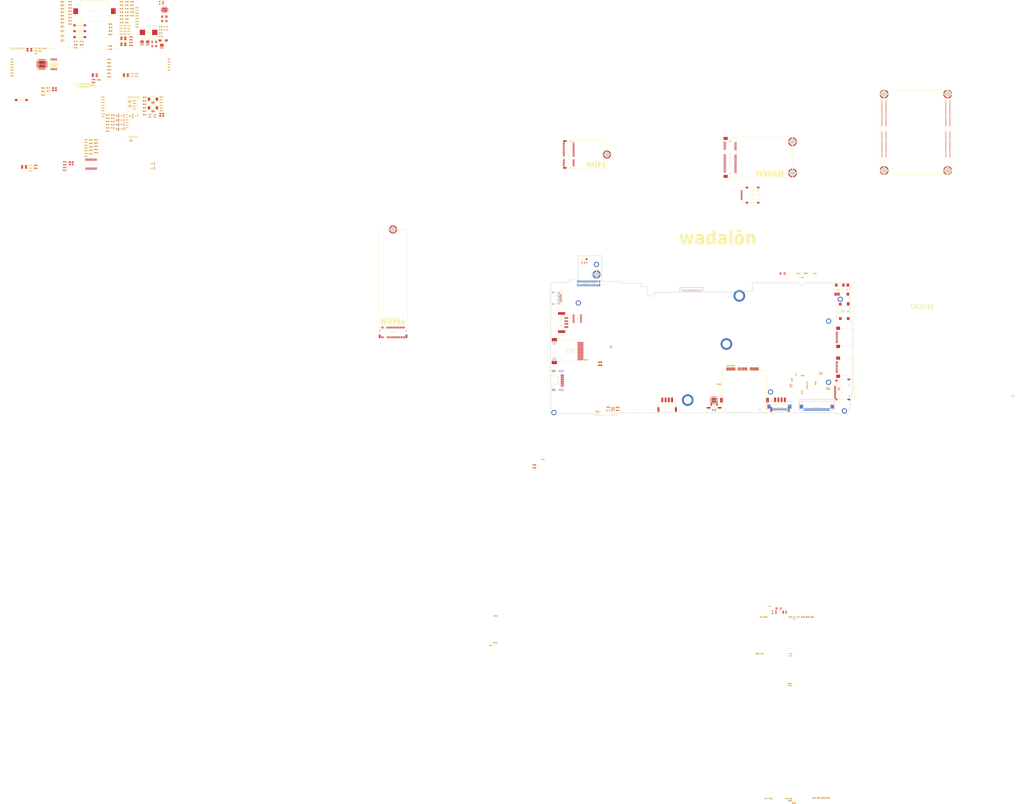
<source format=kicad_pcb>
(kicad_pcb
	(version 20241229)
	(generator "pcbnew")
	(generator_version "9.0")
	(general
		(thickness 1.6)
		(legacy_teardrops no)
	)
	(paper "A4")
	(layers
		(0 "F.Cu" signal "Top Layer")
		(4 "In1.Cu" signal "Inner1")
		(6 "In2.Cu" signal "Inner2")
		(2 "B.Cu" signal "Bottom Layer")
		(9 "F.Adhes" user "F.Adhesive")
		(11 "B.Adhes" user "B.Adhesive")
		(13 "F.Paste" user "Top Paste Mask Layer")
		(15 "B.Paste" user "Bottom Paste Mask Layer")
		(5 "F.SilkS" user "Top Silkscreen Layer")
		(7 "B.SilkS" user "Bottom Silkscreen Layer")
		(1 "F.Mask" user "Top Solder Mask Layer")
		(3 "B.Mask" user "Bottom Solder Mask Layer")
		(17 "Dwgs.User" user "Document Layer")
		(19 "Cmts.User" user "User.Comments")
		(21 "Eco1.User" user "User.Eco1")
		(23 "Eco2.User" user "Mechanical Layer")
		(25 "Edge.Cuts" user "Edge Cuts")
		(27 "Margin" user)
		(31 "F.CrtYd" user "F.Courtyard")
		(29 "B.CrtYd" user "B.Courtyard")
		(35 "F.Fab" user "Top Assembly Layer")
		(33 "B.Fab" user "Bottom Assembly Layer")
		(39 "User.1" user "Ratline Layer")
		(41 "User.2" user "Component Shape Layer")
		(43 "User.3" user "Component Marking Layer")
		(45 "User.4" user "3D Shell Outline Layer")
		(47 "User.5" user "3D Shell Top Layer")
		(49 "User.6" user "3D Shell Bottom Layer")
		(51 "User.7" user "Drill Drawing Layer")
	)
	(setup
		(pad_to_mask_clearance 0)
		(allow_soldermask_bridges_in_footprints no)
		(tenting front back)
		(aux_axis_origin 20 60)
		(pcbplotparams
			(layerselection 0x00000000_00000000_55555555_5755f5ff)
			(plot_on_all_layers_selection 0x00000000_00000000_00000000_00000000)
			(disableapertmacros no)
			(usegerberextensions no)
			(usegerberattributes yes)
			(usegerberadvancedattributes yes)
			(creategerberjobfile yes)
			(dashed_line_dash_ratio 12.000000)
			(dashed_line_gap_ratio 3.000000)
			(svgprecision 4)
			(plotframeref no)
			(mode 1)
			(useauxorigin no)
			(hpglpennumber 1)
			(hpglpenspeed 20)
			(hpglpendiameter 15.000000)
			(pdf_front_fp_property_popups yes)
			(pdf_back_fp_property_popups yes)
			(pdf_metadata yes)
			(pdf_single_document no)
			(dxfpolygonmode yes)
			(dxfimperialunits yes)
			(dxfusepcbnewfont yes)
			(psnegative no)
			(psa4output no)
			(plot_black_and_white yes)
			(plotinvisibletext no)
			(sketchpadsonfab no)
			(plotpadnumbers no)
			(hidednponfab no)
			(sketchdnponfab yes)
			(crossoutdnponfab yes)
			(subtractmaskfromsilk no)
			(outputformat 1)
			(mirror no)
			(drillshape 1)
			(scaleselection 1)
			(outputdirectory "")
		)
	)
	(net 0 "")
	(net 1 "GND")
	(net 2 "+3.3V")
	(net 3 "+5V_CURR2")
	(net 4 "I2C1_SCL")
	(net 5 "I2C1_SDA")
	(net 6 "PWR_BTN_H")
	(net 7 "+3.3V_KEY")
	(net 8 "GND_KEY")
	(net 9 "USB_KEYBOARD_DM")
	(net 10 "USB_KEYBOARD_DP")
	(net 11 "USB_LTE_DM")
	(net 12 "USB_LTE_DP")
	(net 13 "COL1")
	(net 14 "COL2")
	(net 15 "COL3")
	(net 16 "COL4")
	(net 17 "COL5")
	(net 18 "COL6")
	(net 19 "COL7")
	(net 20 "COL8")
	(net 21 "COL9")
	(net 22 "COL10")
	(net 23 "COL11")
	(net 24 "COL12")
	(net 25 "ROW8")
	(net 26 "ROW7")
	(net 27 "ROW6")
	(net 28 "ROW5")
	(net 29 "ROW4")
	(net 30 "ROW3")
	(net 31 "ROW2")
	(net 32 "ROW1")
	(net 33 "PWRON_L")
	(net 34 "+12V")
	(net 35 "UART2_RX_M0_DEBUG")
	(net 36 "LED3_25GLAN_25GLED")
	(net 37 "LED2_25GLAN_1GLED")
	(net 38 "P25G_MDI0_P")
	(net 39 "P25G_MDI0_N")
	(net 40 "P25G_MDI1_P")
	(net 41 "P25G_MDI1_N")
	(net 42 "P25G_MDI2_P")
	(net 43 "P25G_MDI2_N")
	(net 44 "P25G_MDI3_P")
	(net 45 "P25G_MDI3_N")
	(net 46 "MIPI_CSI1_RX_D0_N")
	(net 47 "MIPI_CSI1_RX_D0_P")
	(net 48 "MIPI_CSI1_RX_D1_N")
	(net 49 "MIPI_CSI1_RX_D1_P")
	(net 50 "MIPI_CSI1_RX_CLK0_N")
	(net 51 "MIPI_CSI1_RX_CLK0_P")
	(net 52 "MIPI_CSI1_RX_D2_N")
	(net 53 "MIPI_CSI1_RX_D2_P")
	(net 54 "MIPI_CSI1_RX_D3_N")
	(net 55 "MIPI_CSI1_RX_D3_P")
	(net 56 "PMIC_EXT_EN_OUT")
	(net 57 "BOOT_SARADAC_IN0")
	(net 58 "UART2_TX_M0_DEBUG")
	(net 59 "VDC_MODE")
	(net 60 "RESET_L")
	(net 61 "TYPEC1_SSRX1_N")
	(net 62 "TYPEC1_SSRX1_P")
	(net 63 "TYPEC1_SSTX1_N")
	(net 64 "TYPEC1_SSTX1_P")
	(net 65 "TYPEC0_SSRX1_N")
	(net 66 "TYPEC0_SSRX1_P")
	(net 67 "TYPEC0_SSTX1_N")
	(net 68 "TYPEC0_SSTX1_P")
	(net 69 "TYPEC0_SSRX2_N")
	(net 70 "TYPEC0_SSRX2_P")
	(net 71 "TYPEC0_SSTX2_N")
	(net 72 "TYPEC0_SSTX2_P")
	(net 73 "MIPI_DPHY0_TX_D0_N")
	(net 74 "MIPI_DPHY0_TX_D0_P")
	(net 75 "MIPI_DPHY0_TX_D1_N")
	(net 76 "MIPI_DPHY0_TX_D1_P")
	(net 77 "MIPI_DPHY0_TX_CLK_N")
	(net 78 "MIPI_DPHY0_TX_CLK_P")
	(net 79 "MIPI_DPHY0_TX_D2_N")
	(net 80 "MIPI_DPHY0_TX_D2_P")
	(net 81 "MIPI_DPHY0_TX_D3_N")
	(net 82 "MIPI_DPHY0_TX_D3_P")
	(net 83 "I2C7_SCL_M0")
	(net 84 "I2C7_SDA_M0")
	(net 85 "HPR")
	(net 86 "RECOVERY")
	(net 87 "MIC_IN")
	(net 88 "HPL")
	(net 89 "GND_AUDIO")
	(net 90 "PWR_BTN_L")
	(net 91 "PCIE30_PORT0_TX0_P")
	(net 92 "PCIE30_PORT0_TX0_N")
	(net 93 "PCIE30_PORT0_TX1_P")
	(net 94 "PCIE30_PORT0_TX1_N")
	(net 95 "PCIE30_PORT1_RX2_P")
	(net 96 "PCIE30_PORT1_RX2_N")
	(net 97 "PCIE30_PORT1_RX3_P")
	(net 98 "PCIE30_PORT1_RX3_N")
	(net 99 "PCIE30_PORT1_TX2_P")
	(net 100 "PCIE30_PORT1_TX2_N")
	(net 101 "PCIE30_PORT1_TX3_P")
	(net 102 "PCIE30_PORT1_TX3_N")
	(net 103 "PCIE30_PORT1_REFCLK_IN_P")
	(net 104 "PCIE30_PORT1_REFCLK_IN_N")
	(net 105 "I2C6_SCL_M0")
	(net 106 "I2C6_SDA_M0")
	(net 107 "VBAT_RTC")
	(net 108 "HDMITX1_HPDIN_M0")
	(net 109 "HDMITX0_HPDIN_M0")
	(net 110 "USB30_2_SSTX_N")
	(net 111 "USB30_2_SSTX_P")
	(net 112 "USB30_2_SSRX_N")
	(net 113 "USB30_2_SSRX_P")
	(net 114 "PCIE30_PORT0_REFCLK_IN_N")
	(net 115 "PCIE30_PORT0_REFCLK_IN_P")
	(net 116 "PCIE30_PORT0_RX1_N")
	(net 117 "PCIE30_PORT0_RX1_P")
	(net 118 "PCIE30_PORT0_RX0_N")
	(net 119 "PCIE30_PORT0_RX0_P")
	(net 120 "HDMI_RX_D2_P")
	(net 121 "HDMI_RX_D2_N")
	(net 122 "HDMI_RX_D1_P")
	(net 123 "HDMI_RX_D1_N")
	(net 124 "HDMI_RX_D0_P")
	(net 125 "HDMI_RX_D0_N")
	(net 126 "HDMI_RX_CLK_P")
	(net 127 "HDMI_RX_CLK_N")
	(net 128 "SDMMC0_D2")
	(net 129 "SDMMC0_D3")
	(net 130 "SDMMC0_CMD")
	(net 131 "VCC3V3_SD_S0")
	(net 132 "SD_CLK")
	(net 133 "SDMMC0_D0")
	(net 134 "SDMMC0_D1")
	(net 135 "HDMI_RX_SCL_M1")
	(net 136 "HDMI_RX_SDA_M1")
	(net 137 "HDMI_RX_CEC")
	(net 138 "HDMIIRX_HPDOUT_H")
	(net 139 "GPIO3_B2")
	(net 140 "GPIO3_B3")
	(net 141 "HDMI1_ON_H")
	(net 142 "HDMI1_CEC_M2")
	(net 143 "HDMI1_SDA_M1")
	(net 144 "HDMI1_SCL_M1")
	(net 145 "HDMI0_ON_H")
	(net 146 "HDMI0_CEC_M0")
	(net 147 "HDMI0_SDA_M0")
	(net 148 "HDMI0_SCL_M0")
	(net 149 "HDMI0_TX_SBD_N")
	(net 150 "HDMI0_TX_SBD_P")
	(net 151 "HDMI0_TX3_N")
	(net 152 "HDMI0_TX3_P")
	(net 153 "HDMI0_TX0_N")
	(net 154 "HDMI0_TX0_P")
	(net 155 "HDMI0_TX1_N")
	(net 156 "HDMI0_TX1_P")
	(net 157 "HDMI0_TX2_N")
	(net 158 "HDMI0_TX2_P")
	(net 159 "HDMI1_TX_SBD_N")
	(net 160 "HDMI1_TX_SBD_P")
	(net 161 "HDMI1_TX3_N")
	(net 162 "HDMI1_TX3_P")
	(net 163 "HDMI1_TX0_N")
	(net 164 "HDMI1_TX0_P")
	(net 165 "HDMI1_TX1_N")
	(net 166 "HDMI1_TX1_P")
	(net 167 "HDMI1_TX2_N")
	(net 168 "HDMI1_TX2_P")
	(net 169 "TYPEC0_SBU2_OUT")
	(net 170 "TYPEC0_SBU1_OUT")
	(net 171 "TYPEC0_OTG_DP")
	(net 172 "TYPEC0_OTG_DM")
	(net 173 "TYPEC1_OTG_DP")
	(net 174 "TYPEC1_OTG_DM")
	(net 175 "USB20_HOST0_DP")
	(net 176 "USB20_HOST0_DM")
	(net 177 "USB20_HOST1_DM")
	(net 178 "USB20_HOST1_DP")
	(net 179 "+3.3V_CFEXPRESS")
	(net 180 "PCIE30_REFCLK_A_N")
	(net 181 "PCIE30_REFCLK_A_P")
	(net 182 "Net-(U901-SW)")
	(net 183 "Net-(U901-VBST)")
	(net 184 "+1.5V_WWAN")
	(net 185 "+3.3V_WWAN")
	(net 186 "+3.3V_WIFI")
	(net 187 "Net-(U901-VFB)")
	(net 188 "Net-(U1401-FB)")
	(net 189 "Net-(U1402-SW)")
	(net 190 "Net-(U1402-VBST)")
	(net 191 "+1.8V")
	(net 192 "PCIE20_1_REFCLKN")
	(net 193 "PCIE20_1_REFCLKP")
	(net 194 "+3.3V_NVME")
	(net 195 "Net-(U1402-VFB)")
	(net 196 "Net-(U1601-MICBIAS)")
	(net 197 "Net-(U1601-VMID)")
	(net 198 "Net-(U1601-RINPUT1)")
	(net 199 "Net-(C1605-Pad1)")
	(net 200 "Net-(MIC1601-OUT)")
	(net 201 "unconnected-(D2001-I{slash}O_3-Pad4)")
	(net 202 "unconnected-(D2001-GND-Pad8)")
	(net 203 "unconnected-(D2001-I{slash}O_4-Pad5)")
	(net 204 "Net-(C1301-Pad1)")
	(net 205 "Net-(U1401-LX)")
	(net 206 "Net-(C1610-Pad1)")
	(net 207 "Net-(MIC1602-OUT)")
	(net 208 "Net-(U901-EN)")
	(net 209 "Net-(U1001-EN)")
	(net 210 "GPIO1_B0{slash}CFEXPRESS_INSERT")
	(net 211 "GPIO4_B5{slash}M2_A_CLKREQ_L")
	(net 212 "Net-(SW1101-1)")
	(net 213 "GPIO0_D5{slash}CFEXPRESS_EJECT")
	(net 214 "Net-(LED_CFEXPRESS1101-K)")
	(net 215 "Net-(U1301-PGAND)")
	(net 216 "Net-(U1402-EN)")
	(net 217 "GPIO2_C3{slash}PCM_IN{slash}I2S_SD_IN")
	(net 218 "Net-(U1601-ADCDAT)")
	(net 219 "Net-(U1601-DACDAT)")
	(net 220 "GPIO4_C3{slash}PCM_OUT{slash}I2S_SD_OUT")
	(net 221 "Net-(U1601-BCLK)")
	(net 222 "/I2S Audiocodec WM8960/I2S_ADC")
	(net 223 "GPIO2_C0{slash}PCM_SYNC{slash}I2S_WS")
	(net 224 "Net-(U1601-ADCLRC)")
	(net 225 "Net-(X1601-OUTPUT)")
	(net 226 "Net-(U1601-MCLK)")
	(net 227 "Net-(D1701-I{slash}O_1)")
	(net 228 "Net-(D1701-I{slash}O_2)")
	(net 229 "GPIO3_D0{slash}I2C5_SDA_M0_TP")
	(net 230 "GPIO3_C7{slash}I2C5_SCL_M0_TP")
	(net 231 "Net-(RJ2001-LED2+{slash}LED2-)")
	(net 232 "Net-(R2001-Pad1)")
	(net 233 "Net-(RJ2001-LED1+)")
	(net 234 "unconnected-(U801-S1-Pad3)")
	(net 235 "unconnected-(U801-S2-Pad4)")
	(net 236 "unconnected-(U801-X2-Pad6)")
	(net 237 "unconnected-(U801-VDDXD-Pad1)")
	(net 238 "unconnected-(U801-X1-Pad5)")
	(net 239 "unconnected-(U801-S0-Pad2)")
	(net 240 "Net-(U1001-SW)")
	(net 241 "Net-(U1101-VFB)")
	(net 242 "Net-(U1101-SW)")
	(net 243 "Net-(U1101-EN)")
	(net 244 "GPIO3_B7{slash}CFEXPRESS_LED")
	(net 245 "Net-(LED_CFEXPRESS1101-A)")
	(net 246 "unconnected-(U1601-LINPUT3{slash}JD2-Pad2)")
	(net 247 "unconnected-(U1601-LINPUT2-Pad3)")
	(net 248 "Net-(U1601-LINPUT1)")
	(net 249 "unconnected-(AUDIO701-Pad5)")
	(net 250 "unconnected-(AUDIO701-Pad2)")
	(net 251 "unconnected-(AUDIO701-Pad6)")
	(net 252 "unconnected-(AUDIO701-Pad1)")
	(net 253 "unconnected-(AUDIO701-Pad3)")
	(net 254 "unconnected-(AUDIO701-Pad4)")
	(net 255 "Net-(U601-NTC)")
	(net 256 "Net-(U601-BATSENS+)")
	(net 257 "unconnected-(BT701-Pad2)")
	(net 258 "unconnected-(BT701-Pad3)")
	(net 259 "Net-(D601-C)")
	(net 260 "Net-(Q602-G)")
	(net 261 "Net-(Q602-D)")
	(net 262 "Net-(C607-Pad2)")
	(net 263 "Net-(U601-BOOST)")
	(net 264 "Net-(U601-CELLS1)")
	(net 265 "Net-(U601-CELLS0)")
	(net 266 "Net-(U602-SW)")
	(net 267 "Net-(U602-VBST)")
	(net 268 "Net-(U602-VFB)")
	(net 269 "Net-(U604-SW)")
	(net 270 "Net-(U604-VBST)")
	(net 271 "<NO NET>")
	(net 272 "Net-(U604-VFB)")
	(net 273 "Net-(U1001-VBST)")
	(net 274 "Net-(U1001-VFB)")
	(net 275 "Net-(U1101-VBST)")
	(net 276 "Net-(U1301-X2)")
	(net 277 "Net-(U1301-X1)")
	(net 278 "Net-(U1301-RESET#)")
	(net 279 "Net-(U1501-XTAL1)")
	(net 280 "Net-(U1501-UCap)")
	(net 281 "Net-(U1501-XTAL2)")
	(net 282 "/HDMI Connector/HDMI_5V")
	(net 283 "Net-(CFexpress1101-PETn0)")
	(net 284 "unconnected-(CFexpress1101-RESERVED-Pad8)")
	(net 285 "Net-(CFexpress1101-REFCLK+)")
	(net 286 "Net-(CFexpress1101-PERn0)")
	(net 287 "Net-(CFexpress1101-REFCLK-)")
	(net 288 "GPIO4_B6{slash}M2_A_PERST_L")
	(net 289 "Net-(CFexpress1101-PERp1)")
	(net 290 "Net-(CFexpress1101-PETp0)")
	(net 291 "Net-(CFexpress1101-PERn1)")
	(net 292 "Net-(CFexpress1101-PETp1)")
	(net 293 "Net-(CFexpress1101-PETn1)")
	(net 294 "Net-(CFexpress1101-PERp0)")
	(net 295 "unconnected-(CFexpress1101-RESERVED-Pad7)")
	(net 296 "GPIO2_B5{slash}FSPI_RESET")
	(net 297 "unconnected-(CN201-Pad99)")
	(net 298 "GPIO2_B3{slash}FSPI_CLK_M1")
	(net 299 "GPIO2_C1{slash}MIPI_CAM2_RESET_L")
	(net 300 "GPIO2_A7{slash}FSPI_D1_M1")
	(net 301 "MIPI_CSI1_RX_CLK1_N")
	(net 302 "unconnected-(CN201-Pad97)")
	(net 303 "unconnected-(CN201-Pad50)")
	(net 304 "GPIO1_B7{slash}MIPI_CAM2_CLKOUT")
	(net 305 "unconnected-(CN201-Pad42)")
	(net 306 "unconnected-(CN201-Pad62)")
	(net 307 "unconnected-(CN201-Pad66)")
	(net 308 "unconnected-(CN201-Pad71)")
	(net 309 "unconnected-(CN201-Pad31)")
	(net 310 "unconnected-(CN201-Pad36)")
	(net 311 "unconnected-(CN201-Pad44)")
	(net 312 "unconnected-(CN201-Pad68)")
	(net 313 "GPIO2_B4{slash}FSPI_WAKE")
	(net 314 "unconnected-(CN201-Pad48)")
	(net 315 "MIPI_CSI1_RX_CLK1_P")
	(net 316 "unconnected-(CN201-Pad60)")
	(net 317 "GPIO2_B0{slash}FSPI_D2_M1")
	(net 318 "GPIO4_C5{slash}MIPI_CAM1_PDN_L{slash}BT_WAKE_L")
	(net 319 "GPIO2_B2{slash}FSPI_CMD")
	(net 320 "GPIO2_B1{slash}FSPI_D3_M1")
	(net 321 "GPIO2_C2{slash}MIPI_CAM2_PDN_L")
	(net 322 "GPIO4_C4{slash}MIPI_CAM1_RESET_L{slash}WIFI_DISABLE")
	(net 323 "unconnected-(CN201-Pad14)")
	(net 324 "unconnected-(CN201-Pad54)")
	(net 325 "unconnected-(CN201-Pad26)")
	(net 326 "GPIO2_A6{slash}FSPI_D0_M1")
	(net 327 "unconnected-(CN201-Pad29)")
	(net 328 "unconnected-(CN201-Pad56)")
	(net 329 "unconnected-(CN201-Pad38)")
	(net 330 "unconnected-(CN301-Pad85)")
	(net 331 "unconnected-(CN301-Pad56)")
	(net 332 "unconnected-(CN301-Pad26)")
	(net 333 "unconnected-(CN301-Pad24)")
	(net 334 "unconnected-(CN301-Pad77)")
	(net 335 "unconnected-(CN301-Pad80)")
	(net 336 "unconnected-(CN301-Pad83)")
	(net 337 "unconnected-(CN301-Pad17)")
	(net 338 "unconnected-(CN301-Pad78)")
	(net 339 "unconnected-(CN301-Pad72)")
	(net 340 "unconnected-(CN301-Pad86)")
	(net 341 "unconnected-(CN301-Pad32)")
	(net 342 "unconnected-(CN301-Pad12)")
	(net 343 "unconnected-(CN301-Pad48)")
	(net 344 "GPIO1_C4{slash}HP_DET_L")
	(net 345 "unconnected-(CN301-Pad66)")
	(net 346 "unconnected-(CN301-Pad20)")
	(net 347 "unconnected-(CN301-Pad68)")
	(net 348 "unconnected-(CN301-Pad19)")
	(net 349 "unconnected-(CN301-Pad54)")
	(net 350 "unconnected-(CN301-Pad30)")
	(net 351 "unconnected-(CN301-Pad74)")
	(net 352 "unconnected-(CN301-Pad36)")
	(net 353 "unconnected-(CN301-Pad60)")
	(net 354 "unconnected-(CN301-Pad42)")
	(net 355 "unconnected-(CN301-Pad38)")
	(net 356 "unconnected-(CN301-Pad14)")
	(net 357 "unconnected-(CN301-Pad50)")
	(net 358 "unconnected-(CN301-Pad44)")
	(net 359 "unconnected-(CN301-Pad13)")
	(net 360 "unconnected-(CN301-Pad62)")
	(net 361 "unconnected-(CN301-Pad79)")
	(net 362 "unconnected-(CN301-Pad11)")
	(net 363 "unconnected-(CN301-Pad18)")
	(net 364 "unconnected-(CN301-Pad84)")
	(net 365 "unconnected-(CN401-Pad27)")
	(net 366 "GPIO0_C4{slash}UART0_RX_M0")
	(net 367 "GPIO1_A1{slash}UART6_TX_M1")
	(net 368 "unconnected-(CN401-Pad51)")
	(net 369 "GPIO1_B3{slash}SPI0_CLK_M2{slash}UART4_TX_M2")
	(net 370 "GPIO1_A7{slash}CFEXPRESS_PWREN")
	(net 371 "GPIO0_C6{slash}PWM5_M1")
	(net 372 "GPIO1_A4{slash}USB2_PWREN")
	(net 373 "unconnected-(CN401-Pad43)")
	(net 374 "PCIE20_1_TXN{slash}SATA30_1_TXN")
	(net 375 "GPIO4_A2{slash}M2_E_PERST_L")
	(net 376 "GPIO1_A3{slash}I2C4_SCL_M3_TP{slash}UART6_CTS")
	(net 377 "GPIO1_D7{slash}I2C8_SDA_M2")
	(net 378 "GPIO1_B1{slash}SPI0_MISO_M2")
	(net 379 "GPIO1_D3{slash}PWM1_M1")
	(net 380 "GPIO3_C3{slash}PWM15_IR_M0")
	(net 381 "GPIO4_B0{slash}USB3_TYPEC1_PWREN")
	(net 382 "GPIO0_C5{slash}UART0_TX_M0{slash}PWM4_M0{slash}UART6_WAKE#")
	(net 383 "unconnected-(CN401-Pad45)")
	(net 384 "PCIE20_1_TXP{slash}SATA30_1_TXP")
	(net 385 "GPIO1_B2{slash}SPI0_MOSI_M2{slash}UART4_RX_M2")
	(net 386 "GPIO3_C1{slash}TP_RST_L")
	(net 387 "GPIO1_D6{slash}I2C8_SCL_M2")
	(net 388 "GPIO1_A2{slash}I2C4_SDA_M3_TP{slash}UART6_RTS")
	(net 389 "GPIO1_B5{slash}SPI0_CS1_M0{slash}UART7_TX_M2")
	(net 390 "unconnected-(CN401-Pad53)")
	(net 391 "unconnected-(CN401-Pad29)")
	(net 392 "GPIO1_B4{slash}SPI0_CS0_M2{slash}UART7_RX_M2")
	(net 393 "GPIO1_D5{slash}HDMIIRX_DET_L")
	(net 394 "GPIO4_B3{slash}M2_C_PERST_L")
	(net 395 "unconnected-(CN401-Pad57)")
	(net 396 "GPIO0_D4{slash}PWM3_IR_M0")
	(net 397 "GPIO1_D2{slash}TYPEC5V_PWREN_H")
	(net 398 "PCIE20_1_RXP{slash}SATA30_1_RXP")
	(net 399 "GPIO3_C0{slash}TP_INT_L")
	(net 400 "GPIO1_A0{slash}UART6_RX_M1")
	(net 401 "unconnected-(CN401-Pad47)")
	(net 402 "GPIO3_C2{slash}PWM14_M0")
	(net 403 "PCIE20_1_RXN{slash}SATA30_1_RXN")
	(net 404 "GPIO4_B4{slash}M2_B_PERST_L")
	(net 405 "GPIO0_D3{slash}CC_INT_L")
	(net 406 "GPIO3_A5{slash}USB3_2_PWREN")
	(net 407 "unconnected-(CN501-Pad12)")
	(net 408 "GPIO3_A4{slash}SPI4_CS1_M1")
	(net 409 "GPIO0_A4{slash}SDMMC_DET_L")
	(net 410 "GPIO3_B0{slash}PWM9_M0")
	(net 411 "GPIO3_A0{slash}SPI4_MISO_M1{slash}PWM10_M0")
	(net 412 "GPIO3_B4{slash}BT_REG_ON")
	(net 413 "GPIO3_A6{slash}LCD_RST")
	(net 414 "GPIO3_A2{slash}SPI4_CLK_M1{slash}UART8_TX_M1")
	(net 415 "unconnected-(CN501-Pad10)")
	(net 416 "GPIO3_B5{slash}UART3_TX_M1{slash}PWM12_M0")
	(net 417 "unconnected-(CN501-Pad85)")
	(net 418 "GPIO3_A3{slash}SPI4_CS0_M1{slash}UART8_RX_M1")
	(net 419 "GPIO3_A7{slash}PWM8_M0")
	(net 420 "GPIO3_B6{slash}UART3_RX_M1{slash}PWM13_M0")
	(net 421 "GPIO3_B1{slash}PWM2_M1{slash}LCD_BL")
	(net 422 "GPIO3_A1{slash}SPI4_MOSI_M1")
	(net 423 "unconnected-(D601-A-Pad2)")
	(net 424 "Net-(D602-K)")
	(net 425 "Net-(D602-A)")
	(net 426 "Net-(D603-K)")
	(net 427 "Net-(D603-A)")
	(net 428 "unconnected-(D1103-NC-Pad9)")
	(net 429 "unconnected-(D1103-I{slash}O_1-Pad1)")
	(net 430 "unconnected-(D1103-I{slash}O_2-Pad2)")
	(net 431 "unconnected-(D1103-NC-Pad10)")
	(net 432 "Net-(D1701-I{slash}O_3)")
	(net 433 "Net-(D1702-I{slash}O_1)")
	(net 434 "Net-(D1702-I{slash}O_3)")
	(net 435 "Net-(D1702-I{slash}O_2)")
	(net 436 "Net-(D1702-I{slash}O_4)")
	(net 437 "Net-(D1901-K)")
	(net 438 "/HDMI Connector/HDMI_CEC")
	(net 439 "unconnected-(D1905-A-Pad1)")
	(net 440 "/HDMI Connector/HDMI_SCL")
	(net 441 "/HDMI Connector/HDMI_SDA")
	(net 442 "Net-(D1909-A)")
	(net 443 "Net-(D1910-K)")
	(net 444 "unconnected-(D2002-I{slash}O_4-Pad5)")
	(net 445 "unconnected-(D2002-I{slash}O_3-Pad4)")
	(net 446 "unconnected-(D2002-GND-Pad8)")
	(net 447 "Net-(DC601-Pad2)")
	(net 448 "unconnected-(FPC1501-Pad21)")
	(net 449 "unconnected-(FPC1501-Pad20)")
	(net 450 "unconnected-(FPC1501-Pad10)")
	(net 451 "unconnected-(FPC1501-Pad19)")
	(net 452 "unconnected-(FPC1501-Pad12)")
	(net 453 "unconnected-(FPC1501-Pad7)")
	(net 454 "unconnected-(FPC1501-Pad22)")
	(net 455 "unconnected-(FPC1501-Pad8)")
	(net 456 "unconnected-(FPC1502-Pad3)")
	(net 457 "unconnected-(FPC1502-Pad12)")
	(net 458 "unconnected-(FPC1502-Pad13)")
	(net 459 "unconnected-(FPC1502-Pad10)")
	(net 460 "unconnected-(FPC1502-Pad14)")
	(net 461 "/HDMI Connector/HDMI_TX2_N")
	(net 462 "/HDMI Connector/HDMI_CLK_N")
	(net 463 "/HDMI Connector/HDMI_CLK_P")
	(net 464 "/HDMI Connector/HDMI_TX1_N")
	(net 465 "/HDMI Connector/HDMI_TX2_P")
	(net 466 "/HDMI Connector/HDMI_TX1_P")
	(net 467 "/HDMI Connector/HDMI_TX0_P")
	(net 468 "/HDMI Connector/HDMI_TX0_N")
	(net 469 "/2.5GB Ethernet Connector/TD4_N")
	(net 470 "/2.5GB Ethernet Connector/TD4_P")
	(net 471 "/2.5GB Ethernet Connector/TD3_N")
	(net 472 "/2.5GB Ethernet Connector/TD3_P")
	(net 473 "/2.5GB Ethernet Connector/TD2_P")
	(net 474 "/2.5GB Ethernet Connector/TD2_N")
	(net 475 "/2.5GB Ethernet Connector/TD1_P")
	(net 476 "/2.5GB Ethernet Connector/TD1_N")
	(net 477 "Net-(LED_ACT701-K)")
	(net 478 "Net-(LED_CHRG_ACT701-A)")
	(net 479 "Net-(LED_CHRG_ACT701-K)")
	(net 480 "Net-(LED_CHRG_FIN701-K)")
	(net 481 "Net-(LED_CHRG_FIN701-A)")
	(net 482 "unconnected-(MIPI_DSI1801-Pad13)")
	(net 483 "unconnected-(MOUNT201-Pad1)")
	(net 484 "unconnected-(MOUNT202-Pad1)")
	(net 485 "unconnected-(MOUNT203-Pad1)")
	(net 486 "unconnected-(MOUNT204-Pad1)")
	(net 487 "unconnected-(MOUNT901-Pad1)")
	(net 488 "unconnected-(MOUNT1001-Pad1)")
	(net 489 "Net-(Q601-G)")
	(net 490 "Net-(Q603-G)")
	(net 491 "Net-(Q1902-G)")
	(net 492 "Net-(Q1903-D)")
	(net 493 "Net-(Q1904-D)")
	(net 494 "Net-(Q1905-D)")
	(net 495 "Net-(Q1906-G)")
	(net 496 "Net-(Q1907-G)")
	(net 497 "Net-(Q1908-D)")
	(net 498 "Net-(R605-Pad1)")
	(net 499 "Net-(U601-NTCBIAS)")
	(net 500 "Net-(U601-RT)")
	(net 501 "Net-(U602-EN)")
	(net 502 "Net-(U603-EN)")
	(net 503 "Net-(U604-EN)")
	(net 504 "unconnected-(R703-Pad2)")
	(net 505 "Net-(R706-Pad2)")
	(net 506 "Net-(R707-Pad2)")
	(net 507 "Net-(R708-Pad2)")
	(net 508 "unconnected-(R904-Pad1)")
	(net 509 "Net-(U1301-PSELF)")
	(net 510 "Net-(U1301-RREF)")
	(net 511 "Net-(U1302-ILIM)")
	(net 512 "/USB 2 Hub & Connectors/FAULT2#")
	(net 513 "Net-(U1501-PE2(HWB#))")
	(net 514 "Net-(U1501-RESET#)")
	(net 515 "unconnected-(RJ2001-VCC-PadR1)")
	(net 516 "unconnected-(SDCARD1701-EP-Pad11)")
	(net 517 "unconnected-(SDCARD1701-EP-Pad10)")
	(net 518 "unconnected-(SDCARD1701-EP-Pad12)")
	(net 519 "unconnected-(SDCARD1701-EP-Pad13)")
	(net 520 "unconnected-(SDCARD1701-CD-Pad9)")
	(net 521 "unconnected-(SDCARD1701-DAT0-Pad7)")
	(net 522 "unconnected-(SDCARD1701-DAT1-Pad8)")
	(net 523 "Net-(SIM1401-VCC)")
	(net 524 "Net-(SIM1401-CLK)")
	(net 525 "Net-(SIM1401-Vpp)")
	(net 526 "Net-(SIM1401-I{slash}O)")
	(net 527 "Net-(SIM1401-RST)")
	(net 528 "Net-(U1601-SPK_LP)")
	(net 529 "Net-(U1601-SPK_LN)")
	(net 530 "Net-(U1601-SPK_RP)")
	(net 531 "Net-(U1601-SPK_RN)")
	(net 532 "/Keyboard/USB_KEYBOARD_INT_DP")
	(net 533 "/Keyboard/USB_KEYBOARD_INT_DM")
	(net 534 "unconnected-(U601-SMBALERT#-Pad12)")
	(net 535 "unconnected-(U601-SYNC-Pad16)")
	(net 536 "unconnected-(U603-BP-Pad4)")
	(net 537 "unconnected-(U701-A-Pad2)")
	(net 538 "unconnected-(U702-A-Pad2)")
	(net 539 "unconnected-(U703-GND-Pad3)")
	(net 540 "unconnected-(U703-EH-Pad4)")
	(net 541 "unconnected-(U703-OUT-Pad1)")
	(net 542 "unconnected-(U703-VCC-Pad2)")
	(net 543 "unconnected-(U801-CLK0-Pad20)")
	(net 544 "unconnected-(U801-CLK2-Pad14)")
	(net 545 "unconnected-(U801-OE-Pad8)")
	(net 546 "unconnected-(U801-#CLK1-Pad17)")
	(net 547 "unconnected-(U801-CLK3-Pad12)")
	(net 548 "unconnected-(U801-#CLK0-Pad19)")
	(net 549 "unconnected-(U801-GNDODA-Pad16)")
	(net 550 "unconnected-(U801-IREF-Pad10)")
	(net 551 "unconnected-(U801-#CLK2-Pad13)")
	(net 552 "unconnected-(U801-#CLK3-Pad11)")
	(net 553 "unconnected-(U801-CLK1-Pad18)")
	(net 554 "unconnected-(U801-#PD-Pad7)")
	(net 555 "unconnected-(U801-GNDXD-Pad9)")
	(net 556 "unconnected-(U801-VDDODA-Pad15)")
	(net 557 "unconnected-(U1301-PWREN1#-Pad22)")
	(net 558 "unconnected-(U1301-OVCUR1#-Pad21)")
	(net 559 "Net-(U1301-DP3)")
	(net 560 "unconnected-(U1301-DP4-Pad12)")
	(net 561 "Net-(U1301-DM3)")
	(net 562 "unconnected-(U1301-DM4-Pad11)")
	(net 563 "unconnected-(U1301-PWREN2#-Pad20)")
	(net 564 "unconnected-(U1303-IO4-Pad6)")
	(net 565 "unconnected-(U1303-IO1-Pad1)")
	(net 566 "unconnected-(U1501-PB4(PCINT4{slash}ADC11)-Pad28)")
	(net 567 "unconnected-(U1501-PF1(ADC1)-Pad40)")
	(net 568 "unconnected-(U1501-PE6(INT.6{slash}AIN0)-Pad1)")
	(net 569 "unconnected-(U1501-PD7(T0{slash}OC4D{slash}ADC10)-Pad27)")
	(net 570 "unconnected-(U1501-PF0(ADC0)-Pad41)")
	(net 571 "unconnected-(U1601-HP_R-Pad29)")
	(net 572 "unconnected-(U1601-RINPUT2-Pad6)")
	(net 573 "unconnected-(U1601-RINPUT3{slash}JD3-Pad7)")
	(net 574 "unconnected-(U1601-HP_L-Pad31)")
	(net 575 "unconnected-(U1601-OUT3-Pad30)")
	(net 576 "unconnected-(UART701-Pad2)")
	(net 577 "unconnected-(UART701-Pad3)")
	(net 578 "unconnected-(UART701-Pad1)")
	(net 579 "unconnected-(UART701-Pad5)")
	(net 580 "unconnected-(UART701-Pad6)")
	(net 581 "unconnected-(UART701-Pad4)")
	(net 582 "unconnected-(USB1201-VBUS-PadA9)")
	(net 583 "unconnected-(USB1201-SSTXP1-PadA2)")
	(net 584 "unconnected-(USB1201-DP2-PadB6)")
	(net 585 "unconnected-(USB1201-SBU1-PadA8)")
	(net 586 "unconnected-(USB1201-EP-Pad4)")
	(net 587 "unconnected-(USB1201-EP-Pad3)")
	(net 588 "unconnected-(USB1201-EP-Pad1)")
	(net 589 "unconnected-(USB1201-GND-PadB1)")
	(net 590 "unconnected-(USB1201-DN2-PadB7)")
	(net 591 "unconnected-(USB1201-GND-PadA1)")
	(net 592 "unconnected-(USB1201-DN1-PadA7)")
	(net 593 "unconnected-(USB1201-DP1-PadA6)")
	(net 594 "unconnected-(USB1201-VBUS-PadB4)")
	(net 595 "unconnected-(USB1201-CC1-PadA5)")
	(net 596 "unconnected-(USB1201-SSTXp2-PadB2)")
	(net 597 "unconnected-(USB1201-SSRXn2-PadA10)")
	(net 598 "unconnected-(USB1201-CC2-PadB5)")
	(net 599 "unconnected-(USB1201-SSRXp1-PadB11)")
	(net 600 "unconnected-(USB1201-SSTXn1-PadA3)")
	(net 601 "unconnected-(USB1201-VBUS-PadB9)")
	(net 602 "unconnected-(USB1201-EP-Pad2)")
	(net 603 "unconnected-(USB1201-GND-PadA12)")
	(net 604 "unconnected-(USB1201-SSRXp2-PadA11)")
	(net 605 "unconnected-(USB1201-SSRXn1-PadB10)")
	(net 606 "unconnected-(USB1201-SBU2-PadB8)")
	(net 607 "unconnected-(USB1201-VBUS-PadA4)")
	(net 608 "unconnected-(USB1201-GND-PadB12)")
	(net 609 "unconnected-(USB1201-SSTXn2-PadB3)")
	(net 610 "unconnected-(USB1202-GND-Pad4)")
	(net 611 "unconnected-(USB1202-D+-Pad3)")
	(net 612 "unconnected-(USB1202-VBUS-Pad1)")
	(net 613 "unconnected-(USB1202-GND_DRAIN-Pad7)")
	(net 614 "unconnected-(USB1202-GND-Pad11)")
	(net 615 "unconnected-(USB1202-STDA_SSRX+-Pad6)")
	(net 616 "unconnected-(USB1202-GND-Pad10)")
	(net 617 "unconnected-(USB1202-STDA_SSRX--Pad5)")
	(net 618 "unconnected-(USB1202-STDA_SSTX--Pad8)")
	(net 619 "unconnected-(USB1202-D--Pad2)")
	(net 620 "unconnected-(USB1202-STDA_SSTX+-Pad9)")
	(net 621 "unconnected-(USB1203-VBUS-Pad1)")
	(net 622 "unconnected-(USB1203-GND-Pad11)")
	(net 623 "unconnected-(USB1203-GND-Pad10)")
	(net 624 "unconnected-(USB1203-GND_DRAIN-Pad7)")
	(net 625 "unconnected-(USB1203-GND-Pad4)")
	(net 626 "unconnected-(USB1203-STDA_SSTX+-Pad9)")
	(net 627 "unconnected-(USB1203-STDA_SSRX--Pad5)")
	(net 628 "unconnected-(USB1203-STDA_SSTX--Pad8)")
	(net 629 "unconnected-(USB1203-D--Pad2)")
	(net 630 "unconnected-(USB1203-D+-Pad3)")
	(net 631 "unconnected-(USB1203-STDA_SSRX+-Pad6)")
	(net 632 "unconnected-(USB_KEY1501-Pad5)")
	(net 633 "unconnected-(USB_KEY1501-Pad6)")
	(net 634 "unconnected-(WWAN1401-COEX2-Pad5)")
	(net 635 "unconnected-(WWAN1401-GND-Pad35)")
	(net 636 "unconnected-(WWAN1401-REFCLK--Pad11)")
	(net 637 "unconnected-(WWAN1401-RSVRD49-Pad49)")
	(net 638 "unconnected-(WWAN1401-GND-Pad43)")
	(net 639 "unconnected-(WWAN1401-REFCLK+-Pad13)")
	(net 640 "unconnected-(WWAN1401-WAKE-Pad1)")
	(net 641 "unconnected-(WWAN1401-GND-Pad9)")
	(net 642 "unconnected-(WWAN1401-GND-Pad27)")
	(net 643 "unconnected-(WWAN1401-LED_WPAN-Pad46)")
	(net 644 "unconnected-(WWAN1401-GND-Pad50)")
	(net 645 "unconnected-(WWAN1401-SMB_CLK-Pad30)")
	(net 646 "unconnected-(WWAN1401-PETP0-Pad33)")
	(net 647 "unconnected-(WWAN1401-RSVRD51-Pad51)")
	(net 648 "unconnected-(WWAN1401-+3V3AUX-Pad39)")
	(net 649 "unconnected-(WWAN1401-+1V5-Pad48)")
	(net 650 "unconnected-(WWAN1401-UIM_C8-Pad17)")
	(net 651 "unconnected-(WWAN1401-RSVRD47-Pad47)")
	(net 652 "unconnected-(WWAN1401-PERST-Pad22)")
	(net 653 "unconnected-(WWAN1401-GND-Pad37)")
	(net 654 "unconnected-(WWAN1401-RSVRD45-Pad45)")
	(net 655 "unconnected-(WWAN1401-CLKREQ-Pad7)")
	(net 656 "unconnected-(WWAN1401-+3V3AUX-Pad41)")
	(net 657 "unconnected-(WWAN1401-SMB_DATA-Pad32)")
	(net 658 "unconnected-(WWAN1401-LED_WLAN-Pad44)")
	(net 659 "unconnected-(WWAN1401-W_DISABLE-Pad20)")
	(net 660 "unconnected-(WWAN1401-PETN0-Pad31)")
	(net 661 "unconnected-(WWAN1401-PERN0-Pad23)")
	(net 662 "unconnected-(WWAN1401-+3V3-Pad52)")
	(net 663 "unconnected-(WWAN1401-GND-Pad29)")
	(net 664 "unconnected-(WWAN1401-GND-Pad15)")
	(net 665 "unconnected-(WWAN1401-UIM_C4-Pad19)")
	(net 666 "unconnected-(WWAN1401-COEX1-Pad3)")
	(net 667 "unconnected-(WWAN1401-PERP0-Pad25)")
	(net 668 "unconnected-(WWAN1401-LED_WWAN-Pad42)")
	(net 669 "unconnected-(X901-SUSCLK-Pad50)")
	(net 670 "unconnected-(X901-RESERVED-Pad64)")
	(net 671 "unconnected-(X901-I2C_SCL-Pad60)")
	(net 672 "unconnected-(X901-SDIO_CLK-Pad9)")
	(net 673 "unconnected-(X901-PETp1-Pad59)")
	(net 674 "unconnected-(X901-SDIO_RST#-Pad23)")
	(net 675 "unconnected-(X901-VENDOR_DEFINED-Pad40)")
	(net 676 "GPIO4_A1{slash}TP_2_RST_L{slash}PCIE20_PEWAKE")
	(net 677 "unconnected-(X901-PERp1-Pad65)")
	(net 678 "unconnected-(X901-SDIO_D2-Pad17)")
	(net 679 "unconnected-(X901-3.3V-Pad74)")
	(net 680 "unconnected-(X901-PETp0-Pad35)")
	(net 681 "unconnected-(X901-PETn1-Pad61)")
	(net 682 "unconnected-(X901-GND-Pad75)")
	(net 683 "unconnected-(X901-SDIO_CMD-Pad11)")
	(net 684 "unconnected-(X901-LED1#-Pad6)")
	(net 685 "unconnected-(X901-COEX_TXD-Pad48)")
	(net 686 "unconnected-(X901-SDIO_D1-Pad15)")
	(net 687 "unconnected-(X901-I2C_SDA-Pad58)")
	(net 688 "unconnected-(X901-PCM_OUT{slash}I2S_SD_OUT-Pad14)")
	(net 689 "unconnected-(X901-UIM_SWP{slash}PERST1#-Pad66)")
	(net 690 "unconnected-(X901-PCM_CLK{slash}I2S_SCK-Pad8)")
	(net 691 "unconnected-(X901-COEX3-Pad44)")
	(net 692 "unconnected-(X901-GND-Pad33)")
	(net 693 "unconnected-(X901-3.3V-Pad2)")
	(net 694 "unconnected-(X901-VENDOR_DEFINED-Pad38)")
	(net 695 "unconnected-(X901-GND-Pad39)")
	(net 696 "unconnected-(X901-REFCLKn1-Pad73)")
	(net 697 "unconnected-(X901-COEX_RXD-Pad46)")
	(net 698 "GPIO4_A0{slash}TP_2_INT_L{slash}PCIE20_CLKREQ")
	(net 699 "unconnected-(X901-PCM_SYNC{slash}I2S_WS-Pad10)")
	(net 700 "unconnected-(X901-ALERT#-Pad62)")
	(net 701 "unconnected-(X901-SDIO_D3-Pad19)")
	(net 702 "unconnected-(X901-PERn1-Pad67)")
	(net 703 "unconnected-(X901-PERSTO#-Pad52)")
	(net 704 "unconnected-(X901-3.3V-Pad4)")
	(net 705 "unconnected-(X901-Pad76)")
	(net 706 "unconnected-(X901-SDIO_WAKE#-Pad21)")
	(net 707 "unconnected-(X901-LED2#-Pad16)")
	(net 708 "unconnected-(X901-PETn0-Pad37)")
	(net 709 "unconnected-(X901-UIM_PWR_SNK{slash}CLKREQ1#-Pad68)")
	(net 710 "unconnected-(X901-VENDOR_DEFINED-Pad42)")
	(net 711 "unconnected-(X901-UIM_PWR_SRC{slash}PEWAKE1#-Pad70)")
	(net 712 "unconnected-(X901-REFCLKp1-Pad71)")
	(net 713 "unconnected-(X901-3.3V-Pad72)")
	(net 714 "unconnected-(X901-W_DISABLE2#-Pad54)")
	(net 715 "unconnected-(X901-GND-Pad7)")
	(net 716 "unconnected-(X901-SDIO_D0-Pad13)")
	(net 717 "unconnected-(X901-PCM_IN{slash}I2S_SD_IN-Pad12)")
	(net 718 "unconnected-(X1001-3.3V-Pad72)")
	(net 719 "unconnected-(X1001-3.3V-Pad12)")
	(net 720 "unconnected-(X1001-N{slash}C-Pad26)")
	(net 721 "unconnected-(X1001-N{slash}C-Pad58)")
	(net 722 "unconnected-(X1001-PETp2-Pad25)")
	(net 723 "unconnected-(X1001-REFCLKp-Pad55)")
	(net 724 "unconnected-(X1001-PERn1-Pad29)")
	(net 725 "unconnected-(X1001-PETp1-Pad37)")
	(net 726 "unconnected-(X1001-PERp2-Pad19)")
	(net 727 "unconnected-(X1001-N{slash}C-Pad30)")
	(net 728 "unconnected-(X1001-N{slash}C-Pad34)")
	(net 729 "unconnected-(X1001-MOUNT-Pad77)")
	(net 730 "unconnected-(X1001-N{slash}C-Pad46)")
	(net 731 "unconnected-(X1001-3.3V-Pad4)")
	(net 732 "unconnected-(X1001-GND-Pad57)")
	(net 733 "unconnected-(X1001-CLKREQ#-Pad52)")
	(net 734 "unconnected-(X1001-PERp0-Pad43)")
	(net 735 "unconnected-(X1001-DAS{slash}DSS#{slash}LED#-Pad10)")
	(net 736 "unconnected-(X1001-PETn1-Pad35)")
	(net 737 "unconnected-(X1001-N{slash}C-Pad20)")
	(net 738 "unconnected-(X1001-PETp3-Pad13)")
	(net 739 "unconnected-(X1001-PEWAKE#-Pad54)")
	(net 740 "unconnected-(X1001-DEVSLP-Pad38)")
	(net 741 "unconnected-(X1001-N{slash}C-Pad67)")
	(net 742 "unconnected-(X1001-N{slash}C-Pad32)")
	(net 743 "unconnected-(X1001-N{slash}C-Pad24)")
	(net 744 "unconnected-(X1001-N{slash}C-Pad6)")
	(net 745 "unconnected-(X1001-PERn3-Pad5)")
	(net 746 "unconnected-(X1001-N{slash}C-Pad22)")
	(net 747 "unconnected-(X1001-PETn3-Pad11)")
	(net 748 "unconnected-(X1001-N{slash}C-Pad36)")
	(net 749 "unconnected-(X1001-3.3V-Pad70)")
	(net 750 "unconnected-(X1001-N{slash}C-Pad48)")
	(net 751 "unconnected-(X1001-ALERT#-Pad44)")
	(net 752 "unconnected-(X1001-PETn2-Pad23)")
	(net 753 "unconnected-(X1001-GND-Pad27)")
	(net 754 "unconnected-(X1001-N{slash}C-Pad8)")
	(net 755 "unconnected-(X1001-PERp1-Pad31)")
	(net 756 "unconnected-(X1001-PETn0-Pad47)")
	(net 757 "unconnected-(X1001-GND-Pad45)")
	(net 758 "unconnected-(X1001-SUSCLK-Pad68)")
	(net 759 "unconnected-(X1001-3.3V-Pad74)")
	(net 760 "unconnected-(X1001-PERp3-Pad7)")
	(net 761 "unconnected-(X1001-MOUNT-Pad76)")
	(net 762 "unconnected-(X1001-PEDET-Pad69)")
	(net 763 "unconnected-(X1001-N{slash}C-Pad56)")
	(net 764 "unconnected-(X1001-PETp0-Pad49)")
	(net 765 "unconnected-(X1001-SMB_DATA-Pad42)")
	(net 766 "unconnected-(X1001-3.3V-Pad2)")
	(net 767 "unconnected-(X1001-N{slash}C-Pad28)")
	(net 768 "unconnected-(X1001-PERST#-Pad50)")
	(net 769 "unconnected-(X1001-PERn0-Pad41)")
	(net 770 "unconnected-(X1001-GND-Pad33)")
	(net 771 "unconnected-(X1001-REFCLKn-Pad53)")
	(net 772 "unconnected-(X1001-PERn2-Pad17)")
	(net 773 "unconnected-(X1001-SMB_CLK-Pad40)")
	(net 774 "unconnected-(X1501-GND-Pad4)")
	(net 775 "unconnected-(X1501-GND-Pad2)")
	(net 776 "unconnected-(Y1301-GND-Pad2)")
	(net 777 "unconnected-(Y1301-GND-Pad4)")
	(net 778 "+5V")
	(net 779 "/I2S Audiocodec WM8960/I2S_DAC")
	(net 780 "/I2S Audiocodec WM8960/I2S_SCK")
	(net 781 "/I2S Audiocodec WM8960/I2S_LRCLK")
	(net 782 "/I2S Audiocodec WM8960/I2C_SCL")
	(net 783 "/I2S Audiocodec WM8960/I2C_SDA")
	(footprint "mainboard:SOT-23-6_L2.9-W1.6-P0.95-LS2.8-BL" (layer "F.Cu") (at -325.5805 -95.7515))
	(footprint "mainboard:C0402" (layer "F.Cu") (at 193.33 457.8825))
	(footprint "mainboard:C0603" (layer "F.Cu") (at -313.657 -98.9465))
	(footprint "mainboard:C0603" (layer "F.Cu") (at -299.9175 -148.8155))
	(footprint "mainboard:C0603" (layer "F.Cu") (at 213.205 134.634 90))
	(footprint "mainboard:AUDIO-SMD_PJ-3420-A-SMT_C319102" (layer "F.Cu") (at 251.6495 65.25 180))
	(footprint "mainboard:C0603" (layer "F.Cu") (at -313.657 -109.6645))
	(footprint "mainboard:SW-SMD_L6.0-W3.3-LS8.0" (layer "F.Cu") (at -336.2495 -129.5795))
	(footprint "mainboard:SOT-323-3_L2.1-W1.3-P1.30-LS2.3-BR" (layer "F.Cu") (at -279.57 -31.9205))
	(footprint "mainboard:SOT-323-3_L2.0-W1.3-P1.30-LS2.1-BR" (layer "F.Cu") (at -302.8335 -68.97425))
	(footprint "mainboard:R0402" (layer "F.Cu") (at -370.10925 -118.90225))
	(footprint "mainboard:DFN-10_L2.5-W1.0-P0.50-BL-2" (layer "F.Cu") (at -349.6625 -134.2145))
	(footprint "mainboard:DFN2510-10_L2.5-W1.0-P0.50-BL" (layer "F.Cu") (at -296.67725 -49.681))
	(footprint "mainboard:R0402" (layer "F.Cu") (at -318.15925 -81.24225))
	(footprint "mainboard:FILTER-SMD_4P-L1.3-W1.0-P0.55-BL" (layer "F.Cu") (at -296.1145 -83.2415))
	(footprint "mainboard:C0603" (layer "F.Cu") (at -303.967 -140.777))
	(footprint "mainboard:R0402" (layer "F.Cu") (at -267.33925 -112.61175))
	(footprint "mainboard:CRYSTAL-SMD_4P-L3.2-W2.5-BL" (layer "F.Cu") (at -355.69625 -89.40175))
	(footprint "mainboard:R0603" (layer "F.Cu") (at -360.48825 -87.94625))
	(footprint "mainboard:SOT-323-3_L2.1-W1.3-P1.30-LS2.3-BR" (layer "F.Cu") (at -279.57 -28.4345))
	(footprint "mainboard:C0603" (layer "F.Cu") (at -327.637 -42.1855))
	(footprint "mainboard:R0603" (layer "F.Cu") (at 211.631 370.684))
	(footprint "mainboard:C0402"
		(layer "F.Cu")
		(uuid "15e8ac94-ed95-4fbf-a8b6-b399a0992f01")
		(at -388.474748 -99.71475)
		(property "Reference" "C1510"
			(at 0 0 0)
			(layer "F.SilkS")
			(uuid "7d7251c7-db50-4fe0-b23f-1150473cfe83")
			(effects
				(font
					(size 1 1)
					(thickness 0.15)
				)
			)
		)
		(property "Value" "100nF"
			(at 0 0 0)
			(layer "F.Fab")
			(uuid "b0c0432a-b89c-40ea-bb61-7f4a64ae918d")
			(effects
				(font
					(size 1 1)
					(thickness 0.15)
				)
			)
		)
		(property "Datasheet" "https://atta.szlcsc.com/upload/public/pdf/source/20200305/C486355_26A10D38EF8C2A5C37091D0039909270.pdf"
			(at 0 0 0)
			(layer "F.Fab")
			(hide yes)
			(uuid "c8e99c40-2b5d-4890-ad6a-fcfe3f3f0cda")
			(effects
				(font
					(size 1 1)
					(thickness 0.15)
				)
			)
		)
		(property "Description" "Capacitance:100nF Tolerance:±10% Tolerance:±10% Voltage Rated: Temperature Coefficient:"
			(at 0 0 0)
			(layer "F.Fab")
			(hide yes)
			(uuid "47442b1a-525a-42f1-8351-0abe25eb27ad")
			(effects
				(font
					(size 1 1)
					(thickness 0.15)
				)
			)
		)
		(property "Manufacturer Part" "0402B104K250NT"
			(at 0 0 0)
			(unlocked yes)
			(layer "F.Fab")
			(hide yes)
			(uuid "739df98c-6fe0-408b-b5bd-85cc5b006464")
			(effects
				(font
					(size 1 1)
					(thickness 0.15)
				)
			)
		)
		(property "Manufacturer" "FH(风华)"
			(at 0 0 0)
			(unlocked yes)
			(layer "F.Fab")
			(hide yes)
			(uuid "6b1d5ebe-9c27-4114-aac9-0404c911ed83")
			(effects
				(font
					(size 1 1)
					(thickness 0.15)
				)
			)
		)
		(property "Supplier Part" "C56392"
			(at 0 0 0)
			(unlocked yes)
			(layer "F.Fab")
			(hide yes)
			(uuid "f6f3b003-d771-45ee-89c0-ab9d22ca848c")
			(effects
				(font
					(size 1 1)
					(thickness 0.15)
				)
			)
		)
		(property "Supplier" "LCSC"
			(at 0 0 0)
			(unlocked yes)
			(layer "F.Fab")
			(hide yes)
			(uuid "e4eceaa9-e8d4-4c77-9fc0-142a0931ac97")
			(effects
				(font
					(size 1 1)
					(thickness 0.15)
				)
			)
		)
		(property "LCSC Part Name" "100nF ±10% 25V"
			(at 0 0 0)
			(unlocked yes)
			(layer "F.Fab")
			(hide yes)
			(uuid "e592c3cd-0076-434b-bc7b-351cc16d5d76")
			(effects
				(font
					(size 1 1)
					(thickness 0.15)
				)
			)
		)
		(path "/b53c68d6-890a-48ca-a848-4e830d0e96f7/9c4f6453-af8f-41e0-902c-7490ca68d519")
		(sheetname "/Keyboard/")
		(sheetfile "14_Keyboard.kicad_sch")
		(fp_line
			(start -1.1685 0.346)
			(end -1.1685 -0.346)
			(stroke
				(width 0.1525)
				(type default)
			)
			(layer "F.SilkS")
			(uuid "9a8c7350-a01a-4f2b-aaf1-5fdb5bf08173")
		)
		(fp_line
			(start -1.0165 -0.4985)
			(end -0.226 -0.4985)
			(stroke
				(width 0.1525)
				(type default)
			)
			(layer "F.SilkS")
			(uuid "251b98fb-4b04-411d-ab7b-cc383d3ead8b")
		)
		(fp_line
			(start -0.226 0.4985)
			(end -1.0165 0.4985)
			(stroke
				(width 0.1525)
				(type default)
			)
			(layer "F.SilkS")
			(uuid "92d7ef32-fc7d-46d8-a2e0-c6231f25f089")
		)
		(fp_line
			(start 0.226 0.4985)
			(end 1.0165 0.4985)
			(stroke
				(width 0.1525)
				(type default)
			)
			(layer "F.SilkS")
			(uuid "b6d33024-e187-410f-be76-fbf975a0093b")
		)
		(fp_line
			(start 1.0165 -0.4985)
			(end 0.226 -0.4985)
			(stroke
				(width 0.1525)
				(type default)
			)
			(layer "F.SilkS")
			(uuid "4e0d3461-b47c-484b-83c2-1e87894d82d0")
		)
		(fp_line
			(start 1.1685 0.346)
			(end 1.1685 -0.346)
			(stroke
				(width 0.1525)
				(type default)
			)
			(layer "F.SilkS")
			(uuid "18d44d6f-5986-4276-8e7d-8ac1c1807b0f")
		)
		(fp_arc
			(start -1.1685 -0.346)
			(mid -1.12398 -0.45348)
			(end -1.0165 -0.4985)
			(stroke
				(width 0.1525)
				(type default)
			)
			(layer "F.SilkS")
			(uuid "8a45491b-1c6d-426d-9e64-59d3840c0b89")
		)
		(fp_arc
			(start -1.0165 0.4985)
			(mid -1.124334 0.453834)
			(end -1.1685 0.346)
			(stroke
				(width 0.1525)
				(type default)
			)
			(layer "F.SilkS")
			(uuid "8fd43da2-68f8-47bc-9f62-4a8131f18cb5")
		)
		(fp_arc
			(start 1.0165 -0.4985)
			(mid 1.124334 -0.
... [3346345 chars truncated]
</source>
